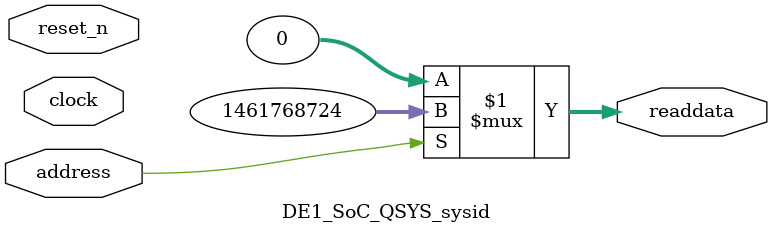
<source format=v>



// synthesis translate_off
`timescale 1ns / 1ps
// synthesis translate_on

// turn off superfluous verilog processor warnings 
// altera message_level Level1 
// altera message_off 10034 10035 10036 10037 10230 10240 10030 

module DE1_SoC_QSYS_sysid (
               // inputs:
                address,
                clock,
                reset_n,

               // outputs:
                readdata
             )
;

  output  [ 31: 0] readdata;
  input            address;
  input            clock;
  input            reset_n;

  wire    [ 31: 0] readdata;
  //control_slave, which is an e_avalon_slave
  assign readdata = address ? 1461768724 : 0;

endmodule




</source>
